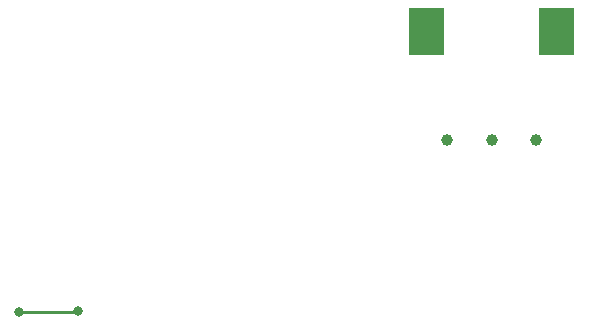
<source format=gbr>
G04 #@! TF.GenerationSoftware,KiCad,Pcbnew,5.1.5+dfsg1-2build2*
G04 #@! TF.CreationDate,2021-01-30T12:17:23-05:00*
G04 #@! TF.ProjectId,breadboard_clock,62726561-6462-46f6-9172-645f636c6f63,rev?*
G04 #@! TF.SameCoordinates,Original*
G04 #@! TF.FileFunction,Copper,L2,Bot*
G04 #@! TF.FilePolarity,Positive*
%FSLAX46Y46*%
G04 Gerber Fmt 4.6, Leading zero omitted, Abs format (unit mm)*
G04 Created by KiCad (PCBNEW 5.1.5+dfsg1-2build2) date 2021-01-30 12:17:23*
%MOMM*%
%LPD*%
G04 APERTURE LIST*
%ADD10C,0.100000*%
%ADD11C,1.000000*%
%ADD12C,0.800000*%
%ADD13C,0.250000*%
G04 APERTURE END LIST*
G04 #@! TA.AperFunction,ComponentPad*
D10*
G36*
X136540000Y-89320000D02*
G01*
X133540000Y-89320000D01*
X133540000Y-85320000D01*
X136540000Y-85320000D01*
X136540000Y-89320000D01*
G37*
G04 #@! TD.AperFunction*
D11*
X133290000Y-96520000D03*
X129540000Y-96520000D03*
X125790000Y-96520000D03*
G04 #@! TA.AperFunction,ComponentPad*
D10*
G36*
X125540000Y-89320000D02*
G01*
X122540000Y-89320000D01*
X122540000Y-85320000D01*
X125540000Y-85320000D01*
X125540000Y-89320000D01*
G37*
G04 #@! TD.AperFunction*
D12*
X89500000Y-111007490D03*
X94500000Y-111000000D03*
D13*
X89500000Y-111007490D02*
X94492510Y-111007490D01*
X94492510Y-111007490D02*
X94500000Y-111000000D01*
M02*

</source>
